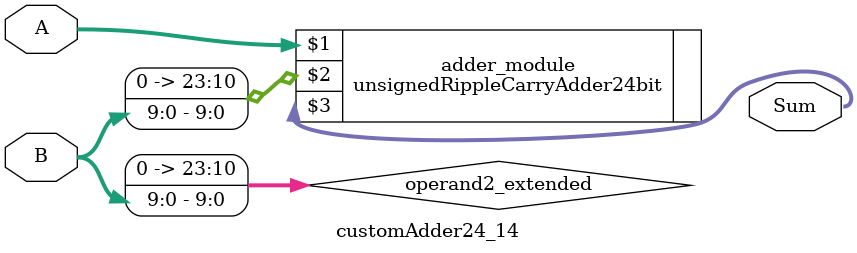
<source format=v>

module customAdder24_14(
                    input [23 : 0] A,
                    input [9 : 0] B,
                    
                    output [24 : 0] Sum
            );

    wire [23 : 0] operand2_extended;
    
    assign operand2_extended =  {14'b0, B};
    
    unsignedRippleCarryAdder24bit adder_module(
        A,
        operand2_extended,
        Sum
    );
    
endmodule
        
</source>
